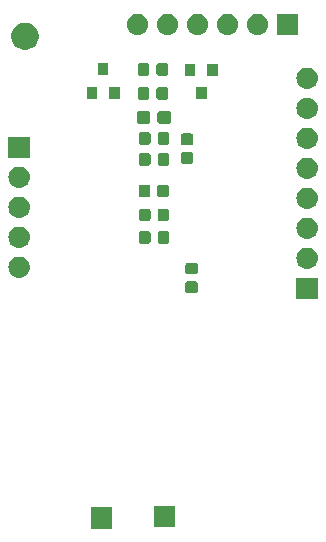
<source format=gbr>
G04 #@! TF.GenerationSoftware,KiCad,Pcbnew,(5.0.2)-1*
G04 #@! TF.CreationDate,2019-04-03T22:00:09+02:00*
G04 #@! TF.ProjectId,holl,686f6c6c-2e6b-4696-9361-645f70636258,rev?*
G04 #@! TF.SameCoordinates,Original*
G04 #@! TF.FileFunction,Soldermask,Bot*
G04 #@! TF.FilePolarity,Negative*
%FSLAX46Y46*%
G04 Gerber Fmt 4.6, Leading zero omitted, Abs format (unit mm)*
G04 Created by KiCad (PCBNEW (5.0.2)-1) date 03/04/2019 22:00:09*
%MOMM*%
%LPD*%
G01*
G04 APERTURE LIST*
%ADD10C,0.100000*%
G04 APERTURE END LIST*
D10*
G36*
X96659000Y-111264000D02*
X94857000Y-111264000D01*
X94857000Y-109462000D01*
X96659000Y-109462000D01*
X96659000Y-111264000D01*
X96659000Y-111264000D01*
G37*
G36*
X101993000Y-111137000D02*
X100191000Y-111137000D01*
X100191000Y-109335000D01*
X101993000Y-109335000D01*
X101993000Y-111137000D01*
X101993000Y-111137000D01*
G37*
G36*
X114058000Y-91833000D02*
X112256000Y-91833000D01*
X112256000Y-90031000D01*
X114058000Y-90031000D01*
X114058000Y-91833000D01*
X114058000Y-91833000D01*
G37*
G36*
X103757591Y-90346085D02*
X103791569Y-90356393D01*
X103822887Y-90373133D01*
X103850339Y-90395661D01*
X103872867Y-90423113D01*
X103889607Y-90454431D01*
X103899915Y-90488409D01*
X103904000Y-90529890D01*
X103904000Y-91131110D01*
X103899915Y-91172591D01*
X103889607Y-91206569D01*
X103872867Y-91237887D01*
X103850339Y-91265339D01*
X103822887Y-91287867D01*
X103791569Y-91304607D01*
X103757591Y-91314915D01*
X103716110Y-91319000D01*
X103039890Y-91319000D01*
X102998409Y-91314915D01*
X102964431Y-91304607D01*
X102933113Y-91287867D01*
X102905661Y-91265339D01*
X102883133Y-91237887D01*
X102866393Y-91206569D01*
X102856085Y-91172591D01*
X102852000Y-91131110D01*
X102852000Y-90529890D01*
X102856085Y-90488409D01*
X102866393Y-90454431D01*
X102883133Y-90423113D01*
X102905661Y-90395661D01*
X102933113Y-90373133D01*
X102964431Y-90356393D01*
X102998409Y-90346085D01*
X103039890Y-90342000D01*
X103716110Y-90342000D01*
X103757591Y-90346085D01*
X103757591Y-90346085D01*
G37*
G36*
X88883443Y-88259519D02*
X88949627Y-88266037D01*
X89062853Y-88300384D01*
X89119467Y-88317557D01*
X89258087Y-88391652D01*
X89275991Y-88401222D01*
X89311729Y-88430552D01*
X89413186Y-88513814D01*
X89496448Y-88615271D01*
X89525778Y-88651009D01*
X89525779Y-88651011D01*
X89609443Y-88807533D01*
X89626616Y-88864147D01*
X89660963Y-88977373D01*
X89678359Y-89154000D01*
X89660963Y-89330627D01*
X89626616Y-89443853D01*
X89609443Y-89500467D01*
X89559865Y-89593220D01*
X89525778Y-89656991D01*
X89520939Y-89662887D01*
X89413186Y-89794186D01*
X89311729Y-89877448D01*
X89275991Y-89906778D01*
X89275989Y-89906779D01*
X89119467Y-89990443D01*
X89062853Y-90007616D01*
X88949627Y-90041963D01*
X88883443Y-90048481D01*
X88817260Y-90055000D01*
X88728740Y-90055000D01*
X88662557Y-90048481D01*
X88596373Y-90041963D01*
X88483147Y-90007616D01*
X88426533Y-89990443D01*
X88270011Y-89906779D01*
X88270009Y-89906778D01*
X88234271Y-89877448D01*
X88132814Y-89794186D01*
X88025061Y-89662887D01*
X88020222Y-89656991D01*
X87986135Y-89593220D01*
X87936557Y-89500467D01*
X87919384Y-89443853D01*
X87885037Y-89330627D01*
X87867641Y-89154000D01*
X87885037Y-88977373D01*
X87919384Y-88864147D01*
X87936557Y-88807533D01*
X88020221Y-88651011D01*
X88020222Y-88651009D01*
X88049552Y-88615271D01*
X88132814Y-88513814D01*
X88234271Y-88430552D01*
X88270009Y-88401222D01*
X88287913Y-88391652D01*
X88426533Y-88317557D01*
X88483147Y-88300384D01*
X88596373Y-88266037D01*
X88662557Y-88259519D01*
X88728740Y-88253000D01*
X88817260Y-88253000D01*
X88883443Y-88259519D01*
X88883443Y-88259519D01*
G37*
G36*
X103757591Y-88771085D02*
X103791569Y-88781393D01*
X103822887Y-88798133D01*
X103850339Y-88820661D01*
X103872867Y-88848113D01*
X103889607Y-88879431D01*
X103899915Y-88913409D01*
X103904000Y-88954890D01*
X103904000Y-89556110D01*
X103899915Y-89597591D01*
X103889607Y-89631569D01*
X103872867Y-89662887D01*
X103850339Y-89690339D01*
X103822887Y-89712867D01*
X103791569Y-89729607D01*
X103757591Y-89739915D01*
X103716110Y-89744000D01*
X103039890Y-89744000D01*
X102998409Y-89739915D01*
X102964431Y-89729607D01*
X102933113Y-89712867D01*
X102905661Y-89690339D01*
X102883133Y-89662887D01*
X102866393Y-89631569D01*
X102856085Y-89597591D01*
X102852000Y-89556110D01*
X102852000Y-88954890D01*
X102856085Y-88913409D01*
X102866393Y-88879431D01*
X102883133Y-88848113D01*
X102905661Y-88820661D01*
X102933113Y-88798133D01*
X102964431Y-88781393D01*
X102998409Y-88771085D01*
X103039890Y-88767000D01*
X103716110Y-88767000D01*
X103757591Y-88771085D01*
X103757591Y-88771085D01*
G37*
G36*
X113267443Y-87497519D02*
X113333627Y-87504037D01*
X113446853Y-87538384D01*
X113503467Y-87555557D01*
X113642087Y-87629652D01*
X113659991Y-87639222D01*
X113695729Y-87668552D01*
X113797186Y-87751814D01*
X113880448Y-87853271D01*
X113909778Y-87889009D01*
X113909779Y-87889011D01*
X113993443Y-88045533D01*
X113993443Y-88045534D01*
X114044963Y-88215373D01*
X114062359Y-88392000D01*
X114044963Y-88568627D01*
X114019973Y-88651009D01*
X113993443Y-88738467D01*
X113934835Y-88848113D01*
X113909778Y-88894991D01*
X113891075Y-88917780D01*
X113797186Y-89032186D01*
X113695729Y-89115448D01*
X113659991Y-89144778D01*
X113659989Y-89144779D01*
X113503467Y-89228443D01*
X113446853Y-89245616D01*
X113333627Y-89279963D01*
X113267443Y-89286481D01*
X113201260Y-89293000D01*
X113112740Y-89293000D01*
X113046557Y-89286481D01*
X112980373Y-89279963D01*
X112867147Y-89245616D01*
X112810533Y-89228443D01*
X112654011Y-89144779D01*
X112654009Y-89144778D01*
X112618271Y-89115448D01*
X112516814Y-89032186D01*
X112422925Y-88917780D01*
X112404222Y-88894991D01*
X112379165Y-88848113D01*
X112320557Y-88738467D01*
X112294027Y-88651009D01*
X112269037Y-88568627D01*
X112251641Y-88392000D01*
X112269037Y-88215373D01*
X112320557Y-88045534D01*
X112320557Y-88045533D01*
X112404221Y-87889011D01*
X112404222Y-87889009D01*
X112433552Y-87853271D01*
X112516814Y-87751814D01*
X112618271Y-87668552D01*
X112654009Y-87639222D01*
X112671913Y-87629652D01*
X112810533Y-87555557D01*
X112867147Y-87538384D01*
X112980373Y-87504037D01*
X113046557Y-87497519D01*
X113112740Y-87491000D01*
X113201260Y-87491000D01*
X113267443Y-87497519D01*
X113267443Y-87497519D01*
G37*
G36*
X88883443Y-85719519D02*
X88949627Y-85726037D01*
X89062853Y-85760384D01*
X89119467Y-85777557D01*
X89258087Y-85851652D01*
X89275991Y-85861222D01*
X89311729Y-85890552D01*
X89413186Y-85973814D01*
X89496448Y-86075271D01*
X89525778Y-86111009D01*
X89525779Y-86111011D01*
X89609443Y-86267533D01*
X89609443Y-86267534D01*
X89660963Y-86437373D01*
X89678359Y-86614000D01*
X89660963Y-86790627D01*
X89629074Y-86895750D01*
X89609443Y-86960467D01*
X89551718Y-87068461D01*
X89525778Y-87116991D01*
X89510746Y-87135307D01*
X89413186Y-87254186D01*
X89311729Y-87337448D01*
X89275991Y-87366778D01*
X89275989Y-87366779D01*
X89119467Y-87450443D01*
X89062853Y-87467616D01*
X88949627Y-87501963D01*
X88883443Y-87508481D01*
X88817260Y-87515000D01*
X88728740Y-87515000D01*
X88662557Y-87508481D01*
X88596373Y-87501963D01*
X88483147Y-87467616D01*
X88426533Y-87450443D01*
X88270011Y-87366779D01*
X88270009Y-87366778D01*
X88234271Y-87337448D01*
X88132814Y-87254186D01*
X88035254Y-87135307D01*
X88020222Y-87116991D01*
X87994282Y-87068461D01*
X87936557Y-86960467D01*
X87916926Y-86895750D01*
X87885037Y-86790627D01*
X87867641Y-86614000D01*
X87885037Y-86437373D01*
X87936557Y-86267534D01*
X87936557Y-86267533D01*
X88020221Y-86111011D01*
X88020222Y-86111009D01*
X88049552Y-86075271D01*
X88132814Y-85973814D01*
X88234271Y-85890552D01*
X88270009Y-85861222D01*
X88287913Y-85851652D01*
X88426533Y-85777557D01*
X88483147Y-85760384D01*
X88596373Y-85726037D01*
X88662557Y-85719519D01*
X88728740Y-85713000D01*
X88817260Y-85713000D01*
X88883443Y-85719519D01*
X88883443Y-85719519D01*
G37*
G36*
X101332591Y-86092085D02*
X101366569Y-86102393D01*
X101397887Y-86119133D01*
X101425339Y-86141661D01*
X101447867Y-86169113D01*
X101464607Y-86200431D01*
X101474915Y-86234409D01*
X101479000Y-86275890D01*
X101479000Y-86952110D01*
X101474915Y-86993591D01*
X101464607Y-87027569D01*
X101447867Y-87058887D01*
X101425339Y-87086339D01*
X101397887Y-87108867D01*
X101366569Y-87125607D01*
X101332591Y-87135915D01*
X101291110Y-87140000D01*
X100689890Y-87140000D01*
X100648409Y-87135915D01*
X100614431Y-87125607D01*
X100583113Y-87108867D01*
X100555661Y-87086339D01*
X100533133Y-87058887D01*
X100516393Y-87027569D01*
X100506085Y-86993591D01*
X100502000Y-86952110D01*
X100502000Y-86275890D01*
X100506085Y-86234409D01*
X100516393Y-86200431D01*
X100533133Y-86169113D01*
X100555661Y-86141661D01*
X100583113Y-86119133D01*
X100614431Y-86102393D01*
X100648409Y-86092085D01*
X100689890Y-86088000D01*
X101291110Y-86088000D01*
X101332591Y-86092085D01*
X101332591Y-86092085D01*
G37*
G36*
X99757591Y-86092085D02*
X99791569Y-86102393D01*
X99822887Y-86119133D01*
X99850339Y-86141661D01*
X99872867Y-86169113D01*
X99889607Y-86200431D01*
X99899915Y-86234409D01*
X99904000Y-86275890D01*
X99904000Y-86952110D01*
X99899915Y-86993591D01*
X99889607Y-87027569D01*
X99872867Y-87058887D01*
X99850339Y-87086339D01*
X99822887Y-87108867D01*
X99791569Y-87125607D01*
X99757591Y-87135915D01*
X99716110Y-87140000D01*
X99114890Y-87140000D01*
X99073409Y-87135915D01*
X99039431Y-87125607D01*
X99008113Y-87108867D01*
X98980661Y-87086339D01*
X98958133Y-87058887D01*
X98941393Y-87027569D01*
X98931085Y-86993591D01*
X98927000Y-86952110D01*
X98927000Y-86275890D01*
X98931085Y-86234409D01*
X98941393Y-86200431D01*
X98958133Y-86169113D01*
X98980661Y-86141661D01*
X99008113Y-86119133D01*
X99039431Y-86102393D01*
X99073409Y-86092085D01*
X99114890Y-86088000D01*
X99716110Y-86088000D01*
X99757591Y-86092085D01*
X99757591Y-86092085D01*
G37*
G36*
X113267442Y-84957518D02*
X113333627Y-84964037D01*
X113421688Y-84990750D01*
X113503467Y-85015557D01*
X113640102Y-85088591D01*
X113659991Y-85099222D01*
X113688439Y-85122569D01*
X113797186Y-85211814D01*
X113880448Y-85313271D01*
X113909778Y-85349009D01*
X113909779Y-85349011D01*
X113993443Y-85505533D01*
X113993443Y-85505534D01*
X114044963Y-85675373D01*
X114062359Y-85852000D01*
X114044963Y-86028627D01*
X114019973Y-86111009D01*
X113993443Y-86198467D01*
X113992393Y-86200431D01*
X113909778Y-86354991D01*
X113880448Y-86390729D01*
X113797186Y-86492186D01*
X113695729Y-86575448D01*
X113659991Y-86604778D01*
X113659989Y-86604779D01*
X113503467Y-86688443D01*
X113446853Y-86705616D01*
X113333627Y-86739963D01*
X113267443Y-86746481D01*
X113201260Y-86753000D01*
X113112740Y-86753000D01*
X113046557Y-86746481D01*
X112980373Y-86739963D01*
X112867147Y-86705616D01*
X112810533Y-86688443D01*
X112654011Y-86604779D01*
X112654009Y-86604778D01*
X112618271Y-86575448D01*
X112516814Y-86492186D01*
X112433552Y-86390729D01*
X112404222Y-86354991D01*
X112321607Y-86200431D01*
X112320557Y-86198467D01*
X112294027Y-86111009D01*
X112269037Y-86028627D01*
X112251641Y-85852000D01*
X112269037Y-85675373D01*
X112320557Y-85505534D01*
X112320557Y-85505533D01*
X112404221Y-85349011D01*
X112404222Y-85349009D01*
X112433552Y-85313271D01*
X112516814Y-85211814D01*
X112625561Y-85122569D01*
X112654009Y-85099222D01*
X112673898Y-85088591D01*
X112810533Y-85015557D01*
X112892312Y-84990750D01*
X112980373Y-84964037D01*
X113046558Y-84957518D01*
X113112740Y-84951000D01*
X113201260Y-84951000D01*
X113267442Y-84957518D01*
X113267442Y-84957518D01*
G37*
G36*
X101332591Y-84187085D02*
X101366569Y-84197393D01*
X101397887Y-84214133D01*
X101425339Y-84236661D01*
X101447867Y-84264113D01*
X101464607Y-84295431D01*
X101474915Y-84329409D01*
X101479000Y-84370890D01*
X101479000Y-85047110D01*
X101474915Y-85088591D01*
X101464607Y-85122569D01*
X101447867Y-85153887D01*
X101425339Y-85181339D01*
X101397887Y-85203867D01*
X101366569Y-85220607D01*
X101332591Y-85230915D01*
X101291110Y-85235000D01*
X100689890Y-85235000D01*
X100648409Y-85230915D01*
X100614431Y-85220607D01*
X100583113Y-85203867D01*
X100555661Y-85181339D01*
X100533133Y-85153887D01*
X100516393Y-85122569D01*
X100506085Y-85088591D01*
X100502000Y-85047110D01*
X100502000Y-84370890D01*
X100506085Y-84329409D01*
X100516393Y-84295431D01*
X100533133Y-84264113D01*
X100555661Y-84236661D01*
X100583113Y-84214133D01*
X100614431Y-84197393D01*
X100648409Y-84187085D01*
X100689890Y-84183000D01*
X101291110Y-84183000D01*
X101332591Y-84187085D01*
X101332591Y-84187085D01*
G37*
G36*
X99757591Y-84187085D02*
X99791569Y-84197393D01*
X99822887Y-84214133D01*
X99850339Y-84236661D01*
X99872867Y-84264113D01*
X99889607Y-84295431D01*
X99899915Y-84329409D01*
X99904000Y-84370890D01*
X99904000Y-85047110D01*
X99899915Y-85088591D01*
X99889607Y-85122569D01*
X99872867Y-85153887D01*
X99850339Y-85181339D01*
X99822887Y-85203867D01*
X99791569Y-85220607D01*
X99757591Y-85230915D01*
X99716110Y-85235000D01*
X99114890Y-85235000D01*
X99073409Y-85230915D01*
X99039431Y-85220607D01*
X99008113Y-85203867D01*
X98980661Y-85181339D01*
X98958133Y-85153887D01*
X98941393Y-85122569D01*
X98931085Y-85088591D01*
X98927000Y-85047110D01*
X98927000Y-84370890D01*
X98931085Y-84329409D01*
X98941393Y-84295431D01*
X98958133Y-84264113D01*
X98980661Y-84236661D01*
X99008113Y-84214133D01*
X99039431Y-84197393D01*
X99073409Y-84187085D01*
X99114890Y-84183000D01*
X99716110Y-84183000D01*
X99757591Y-84187085D01*
X99757591Y-84187085D01*
G37*
G36*
X88883442Y-83179518D02*
X88949627Y-83186037D01*
X89062853Y-83220384D01*
X89119467Y-83237557D01*
X89258087Y-83311652D01*
X89275991Y-83321222D01*
X89311729Y-83350552D01*
X89413186Y-83433814D01*
X89496448Y-83535271D01*
X89525778Y-83571009D01*
X89525779Y-83571011D01*
X89609443Y-83727533D01*
X89609443Y-83727534D01*
X89660963Y-83897373D01*
X89678359Y-84074000D01*
X89660963Y-84250627D01*
X89647372Y-84295431D01*
X89609443Y-84420467D01*
X89605817Y-84427250D01*
X89525778Y-84576991D01*
X89496448Y-84612729D01*
X89413186Y-84714186D01*
X89311729Y-84797448D01*
X89275991Y-84826778D01*
X89275989Y-84826779D01*
X89119467Y-84910443D01*
X89062853Y-84927616D01*
X88949627Y-84961963D01*
X88883442Y-84968482D01*
X88817260Y-84975000D01*
X88728740Y-84975000D01*
X88662558Y-84968482D01*
X88596373Y-84961963D01*
X88483147Y-84927616D01*
X88426533Y-84910443D01*
X88270011Y-84826779D01*
X88270009Y-84826778D01*
X88234271Y-84797448D01*
X88132814Y-84714186D01*
X88049552Y-84612729D01*
X88020222Y-84576991D01*
X87940183Y-84427250D01*
X87936557Y-84420467D01*
X87898628Y-84295431D01*
X87885037Y-84250627D01*
X87867641Y-84074000D01*
X87885037Y-83897373D01*
X87936557Y-83727534D01*
X87936557Y-83727533D01*
X88020221Y-83571011D01*
X88020222Y-83571009D01*
X88049552Y-83535271D01*
X88132814Y-83433814D01*
X88234271Y-83350552D01*
X88270009Y-83321222D01*
X88287913Y-83311652D01*
X88426533Y-83237557D01*
X88483147Y-83220384D01*
X88596373Y-83186037D01*
X88662558Y-83179518D01*
X88728740Y-83173000D01*
X88817260Y-83173000D01*
X88883442Y-83179518D01*
X88883442Y-83179518D01*
G37*
G36*
X113267443Y-82417519D02*
X113333627Y-82424037D01*
X113446853Y-82458384D01*
X113503467Y-82475557D01*
X113642087Y-82549652D01*
X113659991Y-82559222D01*
X113695729Y-82588552D01*
X113797186Y-82671814D01*
X113880448Y-82773271D01*
X113909778Y-82809009D01*
X113909779Y-82809011D01*
X113993443Y-82965533D01*
X113993443Y-82965534D01*
X114044963Y-83135373D01*
X114062359Y-83312000D01*
X114044963Y-83488627D01*
X114019973Y-83571009D01*
X113993443Y-83658467D01*
X113956526Y-83727533D01*
X113909778Y-83814991D01*
X113880448Y-83850729D01*
X113797186Y-83952186D01*
X113695729Y-84035448D01*
X113659991Y-84064778D01*
X113659989Y-84064779D01*
X113503467Y-84148443D01*
X113446853Y-84165616D01*
X113333627Y-84199963D01*
X113267442Y-84206482D01*
X113201260Y-84213000D01*
X113112740Y-84213000D01*
X113046558Y-84206482D01*
X112980373Y-84199963D01*
X112867147Y-84165616D01*
X112810533Y-84148443D01*
X112654011Y-84064779D01*
X112654009Y-84064778D01*
X112618271Y-84035448D01*
X112516814Y-83952186D01*
X112433552Y-83850729D01*
X112404222Y-83814991D01*
X112357474Y-83727533D01*
X112320557Y-83658467D01*
X112294027Y-83571009D01*
X112269037Y-83488627D01*
X112251641Y-83312000D01*
X112269037Y-83135373D01*
X112320557Y-82965534D01*
X112320557Y-82965533D01*
X112404221Y-82809011D01*
X112404222Y-82809009D01*
X112433552Y-82773271D01*
X112516814Y-82671814D01*
X112618271Y-82588552D01*
X112654009Y-82559222D01*
X112671913Y-82549652D01*
X112810533Y-82475557D01*
X112867147Y-82458384D01*
X112980373Y-82424037D01*
X113046557Y-82417519D01*
X113112740Y-82411000D01*
X113201260Y-82411000D01*
X113267443Y-82417519D01*
X113267443Y-82417519D01*
G37*
G36*
X101307091Y-82155085D02*
X101341069Y-82165393D01*
X101372387Y-82182133D01*
X101399839Y-82204661D01*
X101422367Y-82232113D01*
X101439107Y-82263431D01*
X101449415Y-82297409D01*
X101453500Y-82338890D01*
X101453500Y-83015110D01*
X101449415Y-83056591D01*
X101439107Y-83090569D01*
X101422367Y-83121887D01*
X101399839Y-83149339D01*
X101372387Y-83171867D01*
X101341069Y-83188607D01*
X101307091Y-83198915D01*
X101265610Y-83203000D01*
X100664390Y-83203000D01*
X100622909Y-83198915D01*
X100588931Y-83188607D01*
X100557613Y-83171867D01*
X100530161Y-83149339D01*
X100507633Y-83121887D01*
X100490893Y-83090569D01*
X100480585Y-83056591D01*
X100476500Y-83015110D01*
X100476500Y-82338890D01*
X100480585Y-82297409D01*
X100490893Y-82263431D01*
X100507633Y-82232113D01*
X100530161Y-82204661D01*
X100557613Y-82182133D01*
X100588931Y-82165393D01*
X100622909Y-82155085D01*
X100664390Y-82151000D01*
X101265610Y-82151000D01*
X101307091Y-82155085D01*
X101307091Y-82155085D01*
G37*
G36*
X99732091Y-82155085D02*
X99766069Y-82165393D01*
X99797387Y-82182133D01*
X99824839Y-82204661D01*
X99847367Y-82232113D01*
X99864107Y-82263431D01*
X99874415Y-82297409D01*
X99878500Y-82338890D01*
X99878500Y-83015110D01*
X99874415Y-83056591D01*
X99864107Y-83090569D01*
X99847367Y-83121887D01*
X99824839Y-83149339D01*
X99797387Y-83171867D01*
X99766069Y-83188607D01*
X99732091Y-83198915D01*
X99690610Y-83203000D01*
X99089390Y-83203000D01*
X99047909Y-83198915D01*
X99013931Y-83188607D01*
X98982613Y-83171867D01*
X98955161Y-83149339D01*
X98932633Y-83121887D01*
X98915893Y-83090569D01*
X98905585Y-83056591D01*
X98901500Y-83015110D01*
X98901500Y-82338890D01*
X98905585Y-82297409D01*
X98915893Y-82263431D01*
X98932633Y-82232113D01*
X98955161Y-82204661D01*
X98982613Y-82182133D01*
X99013931Y-82165393D01*
X99047909Y-82155085D01*
X99089390Y-82151000D01*
X99690610Y-82151000D01*
X99732091Y-82155085D01*
X99732091Y-82155085D01*
G37*
G36*
X88883443Y-80639519D02*
X88949627Y-80646037D01*
X89062853Y-80680384D01*
X89119467Y-80697557D01*
X89258087Y-80771652D01*
X89275991Y-80781222D01*
X89311729Y-80810552D01*
X89413186Y-80893814D01*
X89496448Y-80995271D01*
X89525778Y-81031009D01*
X89525779Y-81031011D01*
X89609443Y-81187533D01*
X89609443Y-81187534D01*
X89660963Y-81357373D01*
X89678359Y-81534000D01*
X89660963Y-81710627D01*
X89626616Y-81823853D01*
X89609443Y-81880467D01*
X89535348Y-82019087D01*
X89525778Y-82036991D01*
X89496448Y-82072729D01*
X89413186Y-82174186D01*
X89311729Y-82257448D01*
X89275991Y-82286778D01*
X89275989Y-82286779D01*
X89119467Y-82370443D01*
X89062853Y-82387616D01*
X88949627Y-82421963D01*
X88883443Y-82428481D01*
X88817260Y-82435000D01*
X88728740Y-82435000D01*
X88662557Y-82428481D01*
X88596373Y-82421963D01*
X88483147Y-82387616D01*
X88426533Y-82370443D01*
X88270011Y-82286779D01*
X88270009Y-82286778D01*
X88234271Y-82257448D01*
X88132814Y-82174186D01*
X88049552Y-82072729D01*
X88020222Y-82036991D01*
X88010652Y-82019087D01*
X87936557Y-81880467D01*
X87919384Y-81823853D01*
X87885037Y-81710627D01*
X87867641Y-81534000D01*
X87885037Y-81357373D01*
X87936557Y-81187534D01*
X87936557Y-81187533D01*
X88020221Y-81031011D01*
X88020222Y-81031009D01*
X88049552Y-80995271D01*
X88132814Y-80893814D01*
X88234271Y-80810552D01*
X88270009Y-80781222D01*
X88287913Y-80771652D01*
X88426533Y-80697557D01*
X88483147Y-80680384D01*
X88596373Y-80646037D01*
X88662557Y-80639519D01*
X88728740Y-80633000D01*
X88817260Y-80633000D01*
X88883443Y-80639519D01*
X88883443Y-80639519D01*
G37*
G36*
X113267442Y-79877518D02*
X113333627Y-79884037D01*
X113446853Y-79918384D01*
X113503467Y-79935557D01*
X113642087Y-80009652D01*
X113659991Y-80019222D01*
X113695729Y-80048552D01*
X113797186Y-80131814D01*
X113870148Y-80220720D01*
X113909778Y-80269009D01*
X113909779Y-80269011D01*
X113993443Y-80425533D01*
X113993443Y-80425534D01*
X114044963Y-80595373D01*
X114062359Y-80772000D01*
X114044963Y-80948627D01*
X114019973Y-81031009D01*
X113993443Y-81118467D01*
X113956526Y-81187533D01*
X113909778Y-81274991D01*
X113880448Y-81310729D01*
X113797186Y-81412186D01*
X113695729Y-81495448D01*
X113659991Y-81524778D01*
X113659989Y-81524779D01*
X113503467Y-81608443D01*
X113446853Y-81625616D01*
X113333627Y-81659963D01*
X113267442Y-81666482D01*
X113201260Y-81673000D01*
X113112740Y-81673000D01*
X113046558Y-81666482D01*
X112980373Y-81659963D01*
X112867147Y-81625616D01*
X112810533Y-81608443D01*
X112654011Y-81524779D01*
X112654009Y-81524778D01*
X112618271Y-81495448D01*
X112516814Y-81412186D01*
X112433552Y-81310729D01*
X112404222Y-81274991D01*
X112357474Y-81187533D01*
X112320557Y-81118467D01*
X112294027Y-81031009D01*
X112269037Y-80948627D01*
X112251641Y-80772000D01*
X112269037Y-80595373D01*
X112320557Y-80425534D01*
X112320557Y-80425533D01*
X112404221Y-80269011D01*
X112404222Y-80269009D01*
X112443852Y-80220720D01*
X112516814Y-80131814D01*
X112618271Y-80048552D01*
X112654009Y-80019222D01*
X112671913Y-80009652D01*
X112810533Y-79935557D01*
X112867147Y-79918384D01*
X112980373Y-79884037D01*
X113046558Y-79877518D01*
X113112740Y-79871000D01*
X113201260Y-79871000D01*
X113267442Y-79877518D01*
X113267442Y-79877518D01*
G37*
G36*
X101332591Y-79488085D02*
X101366569Y-79498393D01*
X101397887Y-79515133D01*
X101425339Y-79537661D01*
X101447867Y-79565113D01*
X101464607Y-79596431D01*
X101474915Y-79630409D01*
X101479000Y-79671890D01*
X101479000Y-80348110D01*
X101474915Y-80389591D01*
X101464607Y-80423569D01*
X101447867Y-80454887D01*
X101425339Y-80482339D01*
X101397887Y-80504867D01*
X101366569Y-80521607D01*
X101332591Y-80531915D01*
X101291110Y-80536000D01*
X100689890Y-80536000D01*
X100648409Y-80531915D01*
X100614431Y-80521607D01*
X100583113Y-80504867D01*
X100555661Y-80482339D01*
X100533133Y-80454887D01*
X100516393Y-80423569D01*
X100506085Y-80389591D01*
X100502000Y-80348110D01*
X100502000Y-79671890D01*
X100506085Y-79630409D01*
X100516393Y-79596431D01*
X100533133Y-79565113D01*
X100555661Y-79537661D01*
X100583113Y-79515133D01*
X100614431Y-79498393D01*
X100648409Y-79488085D01*
X100689890Y-79484000D01*
X101291110Y-79484000D01*
X101332591Y-79488085D01*
X101332591Y-79488085D01*
G37*
G36*
X99757591Y-79488085D02*
X99791569Y-79498393D01*
X99822887Y-79515133D01*
X99850339Y-79537661D01*
X99872867Y-79565113D01*
X99889607Y-79596431D01*
X99899915Y-79630409D01*
X99904000Y-79671890D01*
X99904000Y-80348110D01*
X99899915Y-80389591D01*
X99889607Y-80423569D01*
X99872867Y-80454887D01*
X99850339Y-80482339D01*
X99822887Y-80504867D01*
X99791569Y-80521607D01*
X99757591Y-80531915D01*
X99716110Y-80536000D01*
X99114890Y-80536000D01*
X99073409Y-80531915D01*
X99039431Y-80521607D01*
X99008113Y-80504867D01*
X98980661Y-80482339D01*
X98958133Y-80454887D01*
X98941393Y-80423569D01*
X98931085Y-80389591D01*
X98927000Y-80348110D01*
X98927000Y-79671890D01*
X98931085Y-79630409D01*
X98941393Y-79596431D01*
X98958133Y-79565113D01*
X98980661Y-79537661D01*
X99008113Y-79515133D01*
X99039431Y-79498393D01*
X99073409Y-79488085D01*
X99114890Y-79484000D01*
X99716110Y-79484000D01*
X99757591Y-79488085D01*
X99757591Y-79488085D01*
G37*
G36*
X103376591Y-79398585D02*
X103410569Y-79408893D01*
X103441887Y-79425633D01*
X103469339Y-79448161D01*
X103491867Y-79475613D01*
X103508607Y-79506931D01*
X103518915Y-79540909D01*
X103523000Y-79582390D01*
X103523000Y-80183610D01*
X103518915Y-80225091D01*
X103508607Y-80259069D01*
X103491867Y-80290387D01*
X103469339Y-80317839D01*
X103441887Y-80340367D01*
X103410569Y-80357107D01*
X103376591Y-80367415D01*
X103335110Y-80371500D01*
X102658890Y-80371500D01*
X102617409Y-80367415D01*
X102583431Y-80357107D01*
X102552113Y-80340367D01*
X102524661Y-80317839D01*
X102502133Y-80290387D01*
X102485393Y-80259069D01*
X102475085Y-80225091D01*
X102471000Y-80183610D01*
X102471000Y-79582390D01*
X102475085Y-79540909D01*
X102485393Y-79506931D01*
X102502133Y-79475613D01*
X102524661Y-79448161D01*
X102552113Y-79425633D01*
X102583431Y-79408893D01*
X102617409Y-79398585D01*
X102658890Y-79394500D01*
X103335110Y-79394500D01*
X103376591Y-79398585D01*
X103376591Y-79398585D01*
G37*
G36*
X89674000Y-79895000D02*
X87872000Y-79895000D01*
X87872000Y-78093000D01*
X89674000Y-78093000D01*
X89674000Y-79895000D01*
X89674000Y-79895000D01*
G37*
G36*
X113267442Y-77337518D02*
X113333627Y-77344037D01*
X113446853Y-77378384D01*
X113503467Y-77395557D01*
X113642087Y-77469652D01*
X113659991Y-77479222D01*
X113695729Y-77508552D01*
X113797186Y-77591814D01*
X113880448Y-77693271D01*
X113909778Y-77729009D01*
X113909779Y-77729011D01*
X113993443Y-77885533D01*
X113993443Y-77885534D01*
X114044963Y-78055373D01*
X114062359Y-78232000D01*
X114044963Y-78408627D01*
X114013074Y-78513750D01*
X113993443Y-78578467D01*
X113936997Y-78684069D01*
X113909778Y-78734991D01*
X113894746Y-78753307D01*
X113797186Y-78872186D01*
X113695729Y-78955448D01*
X113659991Y-78984778D01*
X113659989Y-78984779D01*
X113503467Y-79068443D01*
X113446853Y-79085616D01*
X113333627Y-79119963D01*
X113267442Y-79126482D01*
X113201260Y-79133000D01*
X113112740Y-79133000D01*
X113046558Y-79126482D01*
X112980373Y-79119963D01*
X112867147Y-79085616D01*
X112810533Y-79068443D01*
X112654011Y-78984779D01*
X112654009Y-78984778D01*
X112618271Y-78955448D01*
X112516814Y-78872186D01*
X112419254Y-78753307D01*
X112404222Y-78734991D01*
X112377003Y-78684069D01*
X112320557Y-78578467D01*
X112300926Y-78513750D01*
X112269037Y-78408627D01*
X112251641Y-78232000D01*
X112269037Y-78055373D01*
X112320557Y-77885534D01*
X112320557Y-77885533D01*
X112404221Y-77729011D01*
X112404222Y-77729009D01*
X112433552Y-77693271D01*
X112516814Y-77591814D01*
X112618271Y-77508552D01*
X112654009Y-77479222D01*
X112671913Y-77469652D01*
X112810533Y-77395557D01*
X112867147Y-77378384D01*
X112980373Y-77344037D01*
X113046558Y-77337518D01*
X113112740Y-77331000D01*
X113201260Y-77331000D01*
X113267442Y-77337518D01*
X113267442Y-77337518D01*
G37*
G36*
X103376591Y-77823585D02*
X103410569Y-77833893D01*
X103441887Y-77850633D01*
X103469339Y-77873161D01*
X103491867Y-77900613D01*
X103508607Y-77931931D01*
X103518915Y-77965909D01*
X103523000Y-78007390D01*
X103523000Y-78608610D01*
X103518915Y-78650091D01*
X103508607Y-78684069D01*
X103491867Y-78715387D01*
X103469339Y-78742839D01*
X103441887Y-78765367D01*
X103410569Y-78782107D01*
X103376591Y-78792415D01*
X103335110Y-78796500D01*
X102658890Y-78796500D01*
X102617409Y-78792415D01*
X102583431Y-78782107D01*
X102552113Y-78765367D01*
X102524661Y-78742839D01*
X102502133Y-78715387D01*
X102485393Y-78684069D01*
X102475085Y-78650091D01*
X102471000Y-78608610D01*
X102471000Y-78007390D01*
X102475085Y-77965909D01*
X102485393Y-77931931D01*
X102502133Y-77900613D01*
X102524661Y-77873161D01*
X102552113Y-77850633D01*
X102583431Y-77833893D01*
X102617409Y-77823585D01*
X102658890Y-77819500D01*
X103335110Y-77819500D01*
X103376591Y-77823585D01*
X103376591Y-77823585D01*
G37*
G36*
X101332591Y-77710085D02*
X101366569Y-77720393D01*
X101397887Y-77737133D01*
X101425339Y-77759661D01*
X101447867Y-77787113D01*
X101464607Y-77818431D01*
X101474915Y-77852409D01*
X101479000Y-77893890D01*
X101479000Y-78570110D01*
X101474915Y-78611591D01*
X101464607Y-78645569D01*
X101447867Y-78676887D01*
X101425339Y-78704339D01*
X101397887Y-78726867D01*
X101366569Y-78743607D01*
X101332591Y-78753915D01*
X101291110Y-78758000D01*
X100689890Y-78758000D01*
X100648409Y-78753915D01*
X100614431Y-78743607D01*
X100583113Y-78726867D01*
X100555661Y-78704339D01*
X100533133Y-78676887D01*
X100516393Y-78645569D01*
X100506085Y-78611591D01*
X100502000Y-78570110D01*
X100502000Y-77893890D01*
X100506085Y-77852409D01*
X100516393Y-77818431D01*
X100533133Y-77787113D01*
X100555661Y-77759661D01*
X100583113Y-77737133D01*
X100614431Y-77720393D01*
X100648409Y-77710085D01*
X100689890Y-77706000D01*
X101291110Y-77706000D01*
X101332591Y-77710085D01*
X101332591Y-77710085D01*
G37*
G36*
X99757591Y-77710085D02*
X99791569Y-77720393D01*
X99822887Y-77737133D01*
X99850339Y-77759661D01*
X99872867Y-77787113D01*
X99889607Y-77818431D01*
X99899915Y-77852409D01*
X99904000Y-77893890D01*
X99904000Y-78570110D01*
X99899915Y-78611591D01*
X99889607Y-78645569D01*
X99872867Y-78676887D01*
X99850339Y-78704339D01*
X99822887Y-78726867D01*
X99791569Y-78743607D01*
X99757591Y-78753915D01*
X99716110Y-78758000D01*
X99114890Y-78758000D01*
X99073409Y-78753915D01*
X99039431Y-78743607D01*
X99008113Y-78726867D01*
X98980661Y-78704339D01*
X98958133Y-78676887D01*
X98941393Y-78645569D01*
X98931085Y-78611591D01*
X98927000Y-78570110D01*
X98927000Y-77893890D01*
X98931085Y-77852409D01*
X98941393Y-77818431D01*
X98958133Y-77787113D01*
X98980661Y-77759661D01*
X99008113Y-77737133D01*
X99039431Y-77720393D01*
X99073409Y-77710085D01*
X99114890Y-77706000D01*
X99716110Y-77706000D01*
X99757591Y-77710085D01*
X99757591Y-77710085D01*
G37*
G36*
X101478499Y-75932445D02*
X101515993Y-75943819D01*
X101550557Y-75962294D01*
X101580847Y-75987153D01*
X101605706Y-76017443D01*
X101624181Y-76052007D01*
X101635555Y-76089501D01*
X101640000Y-76134638D01*
X101640000Y-76773362D01*
X101635555Y-76818499D01*
X101624181Y-76855993D01*
X101605706Y-76890557D01*
X101580847Y-76920847D01*
X101550557Y-76945706D01*
X101515993Y-76964181D01*
X101478499Y-76975555D01*
X101433362Y-76980000D01*
X100694638Y-76980000D01*
X100649501Y-76975555D01*
X100612007Y-76964181D01*
X100577443Y-76945706D01*
X100547153Y-76920847D01*
X100522294Y-76890557D01*
X100503819Y-76855993D01*
X100492445Y-76818499D01*
X100488000Y-76773362D01*
X100488000Y-76134638D01*
X100492445Y-76089501D01*
X100503819Y-76052007D01*
X100522294Y-76017443D01*
X100547153Y-75987153D01*
X100577443Y-75962294D01*
X100612007Y-75943819D01*
X100649501Y-75932445D01*
X100694638Y-75928000D01*
X101433362Y-75928000D01*
X101478499Y-75932445D01*
X101478499Y-75932445D01*
G37*
G36*
X99728499Y-75932445D02*
X99765993Y-75943819D01*
X99800557Y-75962294D01*
X99830847Y-75987153D01*
X99855706Y-76017443D01*
X99874181Y-76052007D01*
X99885555Y-76089501D01*
X99890000Y-76134638D01*
X99890000Y-76773362D01*
X99885555Y-76818499D01*
X99874181Y-76855993D01*
X99855706Y-76890557D01*
X99830847Y-76920847D01*
X99800557Y-76945706D01*
X99765993Y-76964181D01*
X99728499Y-76975555D01*
X99683362Y-76980000D01*
X98944638Y-76980000D01*
X98899501Y-76975555D01*
X98862007Y-76964181D01*
X98827443Y-76945706D01*
X98797153Y-76920847D01*
X98772294Y-76890557D01*
X98753819Y-76855993D01*
X98742445Y-76818499D01*
X98738000Y-76773362D01*
X98738000Y-76134638D01*
X98742445Y-76089501D01*
X98753819Y-76052007D01*
X98772294Y-76017443D01*
X98797153Y-75987153D01*
X98827443Y-75962294D01*
X98862007Y-75943819D01*
X98899501Y-75932445D01*
X98944638Y-75928000D01*
X99683362Y-75928000D01*
X99728499Y-75932445D01*
X99728499Y-75932445D01*
G37*
G36*
X113264412Y-74797220D02*
X113333627Y-74804037D01*
X113437574Y-74835569D01*
X113503467Y-74855557D01*
X113599402Y-74906836D01*
X113659991Y-74939222D01*
X113695729Y-74968552D01*
X113797186Y-75051814D01*
X113880448Y-75153271D01*
X113909778Y-75189009D01*
X113909779Y-75189011D01*
X113993443Y-75345533D01*
X113993443Y-75345534D01*
X114044963Y-75515373D01*
X114062359Y-75692000D01*
X114044963Y-75868627D01*
X114022154Y-75943819D01*
X113993443Y-76038467D01*
X113966164Y-76089501D01*
X113909778Y-76194991D01*
X113880448Y-76230729D01*
X113797186Y-76332186D01*
X113695729Y-76415448D01*
X113659991Y-76444778D01*
X113659989Y-76444779D01*
X113503467Y-76528443D01*
X113446853Y-76545616D01*
X113333627Y-76579963D01*
X113267443Y-76586481D01*
X113201260Y-76593000D01*
X113112740Y-76593000D01*
X113046557Y-76586481D01*
X112980373Y-76579963D01*
X112867147Y-76545616D01*
X112810533Y-76528443D01*
X112654011Y-76444779D01*
X112654009Y-76444778D01*
X112618271Y-76415448D01*
X112516814Y-76332186D01*
X112433552Y-76230729D01*
X112404222Y-76194991D01*
X112347836Y-76089501D01*
X112320557Y-76038467D01*
X112291846Y-75943819D01*
X112269037Y-75868627D01*
X112251641Y-75692000D01*
X112269037Y-75515373D01*
X112320557Y-75345534D01*
X112320557Y-75345533D01*
X112404221Y-75189011D01*
X112404222Y-75189009D01*
X112433552Y-75153271D01*
X112516814Y-75051814D01*
X112618271Y-74968552D01*
X112654009Y-74939222D01*
X112714598Y-74906836D01*
X112810533Y-74855557D01*
X112876426Y-74835569D01*
X112980373Y-74804037D01*
X113049588Y-74797220D01*
X113112740Y-74791000D01*
X113201260Y-74791000D01*
X113264412Y-74797220D01*
X113264412Y-74797220D01*
G37*
G36*
X101231091Y-73900085D02*
X101265069Y-73910393D01*
X101296387Y-73927133D01*
X101323839Y-73949661D01*
X101346367Y-73977113D01*
X101363107Y-74008431D01*
X101373415Y-74042409D01*
X101377500Y-74083890D01*
X101377500Y-74760110D01*
X101373415Y-74801591D01*
X101363107Y-74835569D01*
X101346367Y-74866887D01*
X101323839Y-74894339D01*
X101296387Y-74916867D01*
X101265069Y-74933607D01*
X101231091Y-74943915D01*
X101189610Y-74948000D01*
X100588390Y-74948000D01*
X100546909Y-74943915D01*
X100512931Y-74933607D01*
X100481613Y-74916867D01*
X100454161Y-74894339D01*
X100431633Y-74866887D01*
X100414893Y-74835569D01*
X100404585Y-74801591D01*
X100400500Y-74760110D01*
X100400500Y-74083890D01*
X100404585Y-74042409D01*
X100414893Y-74008431D01*
X100431633Y-73977113D01*
X100454161Y-73949661D01*
X100481613Y-73927133D01*
X100512931Y-73910393D01*
X100546909Y-73900085D01*
X100588390Y-73896000D01*
X101189610Y-73896000D01*
X101231091Y-73900085D01*
X101231091Y-73900085D01*
G37*
G36*
X99656091Y-73900085D02*
X99690069Y-73910393D01*
X99721387Y-73927133D01*
X99748839Y-73949661D01*
X99771367Y-73977113D01*
X99788107Y-74008431D01*
X99798415Y-74042409D01*
X99802500Y-74083890D01*
X99802500Y-74760110D01*
X99798415Y-74801591D01*
X99788107Y-74835569D01*
X99771367Y-74866887D01*
X99748839Y-74894339D01*
X99721387Y-74916867D01*
X99690069Y-74933607D01*
X99656091Y-74943915D01*
X99614610Y-74948000D01*
X99013390Y-74948000D01*
X98971909Y-74943915D01*
X98937931Y-74933607D01*
X98906613Y-74916867D01*
X98879161Y-74894339D01*
X98856633Y-74866887D01*
X98839893Y-74835569D01*
X98829585Y-74801591D01*
X98825500Y-74760110D01*
X98825500Y-74083890D01*
X98829585Y-74042409D01*
X98839893Y-74008431D01*
X98856633Y-73977113D01*
X98879161Y-73949661D01*
X98906613Y-73927133D01*
X98937931Y-73910393D01*
X98971909Y-73900085D01*
X99013390Y-73896000D01*
X99614610Y-73896000D01*
X99656091Y-73900085D01*
X99656091Y-73900085D01*
G37*
G36*
X104652000Y-74923000D02*
X103750000Y-74923000D01*
X103750000Y-73921000D01*
X104652000Y-73921000D01*
X104652000Y-74923000D01*
X104652000Y-74923000D01*
G37*
G36*
X97286000Y-74891000D02*
X96384000Y-74891000D01*
X96384000Y-73889000D01*
X97286000Y-73889000D01*
X97286000Y-74891000D01*
X97286000Y-74891000D01*
G37*
G36*
X95386000Y-74891000D02*
X94484000Y-74891000D01*
X94484000Y-73889000D01*
X95386000Y-73889000D01*
X95386000Y-74891000D01*
X95386000Y-74891000D01*
G37*
G36*
X113267443Y-72257519D02*
X113333627Y-72264037D01*
X113446853Y-72298384D01*
X113503467Y-72315557D01*
X113642087Y-72389652D01*
X113659991Y-72399222D01*
X113695729Y-72428552D01*
X113797186Y-72511814D01*
X113880448Y-72613271D01*
X113909778Y-72649009D01*
X113909779Y-72649011D01*
X113993443Y-72805533D01*
X113993443Y-72805534D01*
X114044963Y-72975373D01*
X114062359Y-73152000D01*
X114044963Y-73328627D01*
X114010616Y-73441853D01*
X113993443Y-73498467D01*
X113919348Y-73637087D01*
X113909778Y-73654991D01*
X113880448Y-73690729D01*
X113797186Y-73792186D01*
X113695729Y-73875448D01*
X113659991Y-73904778D01*
X113659989Y-73904779D01*
X113503467Y-73988443D01*
X113450362Y-74004552D01*
X113333627Y-74039963D01*
X113267442Y-74046482D01*
X113201260Y-74053000D01*
X113112740Y-74053000D01*
X113046558Y-74046482D01*
X112980373Y-74039963D01*
X112863638Y-74004552D01*
X112810533Y-73988443D01*
X112654011Y-73904779D01*
X112654009Y-73904778D01*
X112618271Y-73875448D01*
X112516814Y-73792186D01*
X112433552Y-73690729D01*
X112404222Y-73654991D01*
X112394652Y-73637087D01*
X112320557Y-73498467D01*
X112303384Y-73441853D01*
X112269037Y-73328627D01*
X112251641Y-73152000D01*
X112269037Y-72975373D01*
X112320557Y-72805534D01*
X112320557Y-72805533D01*
X112404221Y-72649011D01*
X112404222Y-72649009D01*
X112433552Y-72613271D01*
X112516814Y-72511814D01*
X112618271Y-72428552D01*
X112654009Y-72399222D01*
X112671913Y-72389652D01*
X112810533Y-72315557D01*
X112867147Y-72298384D01*
X112980373Y-72264037D01*
X113046557Y-72257519D01*
X113112740Y-72251000D01*
X113201260Y-72251000D01*
X113267443Y-72257519D01*
X113267443Y-72257519D01*
G37*
G36*
X103702000Y-72923000D02*
X102800000Y-72923000D01*
X102800000Y-71921000D01*
X103702000Y-71921000D01*
X103702000Y-72923000D01*
X103702000Y-72923000D01*
G37*
G36*
X105602000Y-72923000D02*
X104700000Y-72923000D01*
X104700000Y-71921000D01*
X105602000Y-71921000D01*
X105602000Y-72923000D01*
X105602000Y-72923000D01*
G37*
G36*
X101231091Y-71868085D02*
X101265069Y-71878393D01*
X101296387Y-71895133D01*
X101323839Y-71917661D01*
X101346367Y-71945113D01*
X101363107Y-71976431D01*
X101373415Y-72010409D01*
X101377500Y-72051890D01*
X101377500Y-72728110D01*
X101373415Y-72769591D01*
X101363107Y-72803569D01*
X101346367Y-72834887D01*
X101323839Y-72862339D01*
X101296387Y-72884867D01*
X101265069Y-72901607D01*
X101231091Y-72911915D01*
X101189610Y-72916000D01*
X100588390Y-72916000D01*
X100546909Y-72911915D01*
X100512931Y-72901607D01*
X100481613Y-72884867D01*
X100454161Y-72862339D01*
X100431633Y-72834887D01*
X100414893Y-72803569D01*
X100404585Y-72769591D01*
X100400500Y-72728110D01*
X100400500Y-72051890D01*
X100404585Y-72010409D01*
X100414893Y-71976431D01*
X100431633Y-71945113D01*
X100454161Y-71917661D01*
X100481613Y-71895133D01*
X100512931Y-71878393D01*
X100546909Y-71868085D01*
X100588390Y-71864000D01*
X101189610Y-71864000D01*
X101231091Y-71868085D01*
X101231091Y-71868085D01*
G37*
G36*
X99656091Y-71868085D02*
X99690069Y-71878393D01*
X99721387Y-71895133D01*
X99748839Y-71917661D01*
X99771367Y-71945113D01*
X99788107Y-71976431D01*
X99798415Y-72010409D01*
X99802500Y-72051890D01*
X99802500Y-72728110D01*
X99798415Y-72769591D01*
X99788107Y-72803569D01*
X99771367Y-72834887D01*
X99748839Y-72862339D01*
X99721387Y-72884867D01*
X99690069Y-72901607D01*
X99656091Y-72911915D01*
X99614610Y-72916000D01*
X99013390Y-72916000D01*
X98971909Y-72911915D01*
X98937931Y-72901607D01*
X98906613Y-72884867D01*
X98879161Y-72862339D01*
X98856633Y-72834887D01*
X98839893Y-72803569D01*
X98829585Y-72769591D01*
X98825500Y-72728110D01*
X98825500Y-72051890D01*
X98829585Y-72010409D01*
X98839893Y-71976431D01*
X98856633Y-71945113D01*
X98879161Y-71917661D01*
X98906613Y-71895133D01*
X98937931Y-71878393D01*
X98971909Y-71868085D01*
X99013390Y-71864000D01*
X99614610Y-71864000D01*
X99656091Y-71868085D01*
X99656091Y-71868085D01*
G37*
G36*
X96336000Y-72891000D02*
X95434000Y-72891000D01*
X95434000Y-71889000D01*
X96336000Y-71889000D01*
X96336000Y-72891000D01*
X96336000Y-72891000D01*
G37*
G36*
X89616734Y-68489232D02*
X89826202Y-68575996D01*
X90014723Y-68701962D01*
X90175038Y-68862277D01*
X90301004Y-69050798D01*
X90387768Y-69260266D01*
X90432000Y-69482635D01*
X90432000Y-69709365D01*
X90387768Y-69931734D01*
X90301004Y-70141202D01*
X90175038Y-70329723D01*
X90014723Y-70490038D01*
X89826202Y-70616004D01*
X89616734Y-70702768D01*
X89394365Y-70747000D01*
X89167635Y-70747000D01*
X88945266Y-70702768D01*
X88735798Y-70616004D01*
X88547277Y-70490038D01*
X88386962Y-70329723D01*
X88260996Y-70141202D01*
X88174232Y-69931734D01*
X88130000Y-69709365D01*
X88130000Y-69482635D01*
X88174232Y-69260266D01*
X88260996Y-69050798D01*
X88386962Y-68862277D01*
X88547277Y-68701962D01*
X88735798Y-68575996D01*
X88945266Y-68489232D01*
X89167635Y-68445000D01*
X89394365Y-68445000D01*
X89616734Y-68489232D01*
X89616734Y-68489232D01*
G37*
G36*
X112407000Y-69481000D02*
X110605000Y-69481000D01*
X110605000Y-67679000D01*
X112407000Y-67679000D01*
X112407000Y-69481000D01*
X112407000Y-69481000D01*
G37*
G36*
X109076443Y-67685519D02*
X109142627Y-67692037D01*
X109255853Y-67726384D01*
X109312467Y-67743557D01*
X109451087Y-67817652D01*
X109468991Y-67827222D01*
X109504729Y-67856552D01*
X109606186Y-67939814D01*
X109689448Y-68041271D01*
X109718778Y-68077009D01*
X109718779Y-68077011D01*
X109802443Y-68233533D01*
X109802443Y-68233534D01*
X109853963Y-68403373D01*
X109871359Y-68580000D01*
X109853963Y-68756627D01*
X109821914Y-68862277D01*
X109802443Y-68926467D01*
X109735986Y-69050797D01*
X109718778Y-69082991D01*
X109689448Y-69118729D01*
X109606186Y-69220186D01*
X109504729Y-69303448D01*
X109468991Y-69332778D01*
X109468989Y-69332779D01*
X109312467Y-69416443D01*
X109255853Y-69433616D01*
X109142627Y-69467963D01*
X109076442Y-69474482D01*
X109010260Y-69481000D01*
X108921740Y-69481000D01*
X108855558Y-69474482D01*
X108789373Y-69467963D01*
X108676147Y-69433616D01*
X108619533Y-69416443D01*
X108463011Y-69332779D01*
X108463009Y-69332778D01*
X108427271Y-69303448D01*
X108325814Y-69220186D01*
X108242552Y-69118729D01*
X108213222Y-69082991D01*
X108196014Y-69050797D01*
X108129557Y-68926467D01*
X108110086Y-68862277D01*
X108078037Y-68756627D01*
X108060641Y-68580000D01*
X108078037Y-68403373D01*
X108129557Y-68233534D01*
X108129557Y-68233533D01*
X108213221Y-68077011D01*
X108213222Y-68077009D01*
X108242552Y-68041271D01*
X108325814Y-67939814D01*
X108427271Y-67856552D01*
X108463009Y-67827222D01*
X108480913Y-67817652D01*
X108619533Y-67743557D01*
X108676147Y-67726384D01*
X108789373Y-67692037D01*
X108855557Y-67685519D01*
X108921740Y-67679000D01*
X109010260Y-67679000D01*
X109076443Y-67685519D01*
X109076443Y-67685519D01*
G37*
G36*
X106536443Y-67685519D02*
X106602627Y-67692037D01*
X106715853Y-67726384D01*
X106772467Y-67743557D01*
X106911087Y-67817652D01*
X106928991Y-67827222D01*
X106964729Y-67856552D01*
X107066186Y-67939814D01*
X107149448Y-68041271D01*
X107178778Y-68077009D01*
X107178779Y-68077011D01*
X107262443Y-68233533D01*
X107262443Y-68233534D01*
X107313963Y-68403373D01*
X107331359Y-68580000D01*
X107313963Y-68756627D01*
X107281914Y-68862277D01*
X107262443Y-68926467D01*
X107195986Y-69050797D01*
X107178778Y-69082991D01*
X107149448Y-69118729D01*
X107066186Y-69220186D01*
X106964729Y-69303448D01*
X106928991Y-69332778D01*
X106928989Y-69332779D01*
X106772467Y-69416443D01*
X106715853Y-69433616D01*
X106602627Y-69467963D01*
X106536442Y-69474482D01*
X106470260Y-69481000D01*
X106381740Y-69481000D01*
X106315558Y-69474482D01*
X106249373Y-69467963D01*
X106136147Y-69433616D01*
X106079533Y-69416443D01*
X105923011Y-69332779D01*
X105923009Y-69332778D01*
X105887271Y-69303448D01*
X105785814Y-69220186D01*
X105702552Y-69118729D01*
X105673222Y-69082991D01*
X105656014Y-69050797D01*
X105589557Y-68926467D01*
X105570086Y-68862277D01*
X105538037Y-68756627D01*
X105520641Y-68580000D01*
X105538037Y-68403373D01*
X105589557Y-68233534D01*
X105589557Y-68233533D01*
X105673221Y-68077011D01*
X105673222Y-68077009D01*
X105702552Y-68041271D01*
X105785814Y-67939814D01*
X105887271Y-67856552D01*
X105923009Y-67827222D01*
X105940913Y-67817652D01*
X106079533Y-67743557D01*
X106136147Y-67726384D01*
X106249373Y-67692037D01*
X106315557Y-67685519D01*
X106381740Y-67679000D01*
X106470260Y-67679000D01*
X106536443Y-67685519D01*
X106536443Y-67685519D01*
G37*
G36*
X103996443Y-67685519D02*
X104062627Y-67692037D01*
X104175853Y-67726384D01*
X104232467Y-67743557D01*
X104371087Y-67817652D01*
X104388991Y-67827222D01*
X104424729Y-67856552D01*
X104526186Y-67939814D01*
X104609448Y-68041271D01*
X104638778Y-68077009D01*
X104638779Y-68077011D01*
X104722443Y-68233533D01*
X104722443Y-68233534D01*
X104773963Y-68403373D01*
X104791359Y-68580000D01*
X104773963Y-68756627D01*
X104741914Y-68862277D01*
X104722443Y-68926467D01*
X104655986Y-69050797D01*
X104638778Y-69082991D01*
X104609448Y-69118729D01*
X104526186Y-69220186D01*
X104424729Y-69303448D01*
X104388991Y-69332778D01*
X104388989Y-69332779D01*
X104232467Y-69416443D01*
X104175853Y-69433616D01*
X104062627Y-69467963D01*
X103996442Y-69474482D01*
X103930260Y-69481000D01*
X103841740Y-69481000D01*
X103775558Y-69474482D01*
X103709373Y-69467963D01*
X103596147Y-69433616D01*
X103539533Y-69416443D01*
X103383011Y-69332779D01*
X103383009Y-69332778D01*
X103347271Y-69303448D01*
X103245814Y-69220186D01*
X103162552Y-69118729D01*
X103133222Y-69082991D01*
X103116014Y-69050797D01*
X103049557Y-68926467D01*
X103030086Y-68862277D01*
X102998037Y-68756627D01*
X102980641Y-68580000D01*
X102998037Y-68403373D01*
X103049557Y-68233534D01*
X103049557Y-68233533D01*
X103133221Y-68077011D01*
X103133222Y-68077009D01*
X103162552Y-68041271D01*
X103245814Y-67939814D01*
X103347271Y-67856552D01*
X103383009Y-67827222D01*
X103400913Y-67817652D01*
X103539533Y-67743557D01*
X103596147Y-67726384D01*
X103709373Y-67692037D01*
X103775557Y-67685519D01*
X103841740Y-67679000D01*
X103930260Y-67679000D01*
X103996443Y-67685519D01*
X103996443Y-67685519D01*
G37*
G36*
X101456443Y-67685519D02*
X101522627Y-67692037D01*
X101635853Y-67726384D01*
X101692467Y-67743557D01*
X101831087Y-67817652D01*
X101848991Y-67827222D01*
X101884729Y-67856552D01*
X101986186Y-67939814D01*
X102069448Y-68041271D01*
X102098778Y-68077009D01*
X102098779Y-68077011D01*
X102182443Y-68233533D01*
X102182443Y-68233534D01*
X102233963Y-68403373D01*
X102251359Y-68580000D01*
X102233963Y-68756627D01*
X102201914Y-68862277D01*
X102182443Y-68926467D01*
X102115986Y-69050797D01*
X102098778Y-69082991D01*
X102069448Y-69118729D01*
X101986186Y-69220186D01*
X101884729Y-69303448D01*
X101848991Y-69332778D01*
X101848989Y-69332779D01*
X101692467Y-69416443D01*
X101635853Y-69433616D01*
X101522627Y-69467963D01*
X101456442Y-69474482D01*
X101390260Y-69481000D01*
X101301740Y-69481000D01*
X101235558Y-69474482D01*
X101169373Y-69467963D01*
X101056147Y-69433616D01*
X100999533Y-69416443D01*
X100843011Y-69332779D01*
X100843009Y-69332778D01*
X100807271Y-69303448D01*
X100705814Y-69220186D01*
X100622552Y-69118729D01*
X100593222Y-69082991D01*
X100576014Y-69050797D01*
X100509557Y-68926467D01*
X100490086Y-68862277D01*
X100458037Y-68756627D01*
X100440641Y-68580000D01*
X100458037Y-68403373D01*
X100509557Y-68233534D01*
X100509557Y-68233533D01*
X100593221Y-68077011D01*
X100593222Y-68077009D01*
X100622552Y-68041271D01*
X100705814Y-67939814D01*
X100807271Y-67856552D01*
X100843009Y-67827222D01*
X100860913Y-67817652D01*
X100999533Y-67743557D01*
X101056147Y-67726384D01*
X101169373Y-67692037D01*
X101235557Y-67685519D01*
X101301740Y-67679000D01*
X101390260Y-67679000D01*
X101456443Y-67685519D01*
X101456443Y-67685519D01*
G37*
G36*
X98916443Y-67685519D02*
X98982627Y-67692037D01*
X99095853Y-67726384D01*
X99152467Y-67743557D01*
X99291087Y-67817652D01*
X99308991Y-67827222D01*
X99344729Y-67856552D01*
X99446186Y-67939814D01*
X99529448Y-68041271D01*
X99558778Y-68077009D01*
X99558779Y-68077011D01*
X99642443Y-68233533D01*
X99642443Y-68233534D01*
X99693963Y-68403373D01*
X99711359Y-68580000D01*
X99693963Y-68756627D01*
X99661914Y-68862277D01*
X99642443Y-68926467D01*
X99575986Y-69050797D01*
X99558778Y-69082991D01*
X99529448Y-69118729D01*
X99446186Y-69220186D01*
X99344729Y-69303448D01*
X99308991Y-69332778D01*
X99308989Y-69332779D01*
X99152467Y-69416443D01*
X99095853Y-69433616D01*
X98982627Y-69467963D01*
X98916442Y-69474482D01*
X98850260Y-69481000D01*
X98761740Y-69481000D01*
X98695558Y-69474482D01*
X98629373Y-69467963D01*
X98516147Y-69433616D01*
X98459533Y-69416443D01*
X98303011Y-69332779D01*
X98303009Y-69332778D01*
X98267271Y-69303448D01*
X98165814Y-69220186D01*
X98082552Y-69118729D01*
X98053222Y-69082991D01*
X98036014Y-69050797D01*
X97969557Y-68926467D01*
X97950086Y-68862277D01*
X97918037Y-68756627D01*
X97900641Y-68580000D01*
X97918037Y-68403373D01*
X97969557Y-68233534D01*
X97969557Y-68233533D01*
X98053221Y-68077011D01*
X98053222Y-68077009D01*
X98082552Y-68041271D01*
X98165814Y-67939814D01*
X98267271Y-67856552D01*
X98303009Y-67827222D01*
X98320913Y-67817652D01*
X98459533Y-67743557D01*
X98516147Y-67726384D01*
X98629373Y-67692037D01*
X98695557Y-67685519D01*
X98761740Y-67679000D01*
X98850260Y-67679000D01*
X98916443Y-67685519D01*
X98916443Y-67685519D01*
G37*
M02*

</source>
